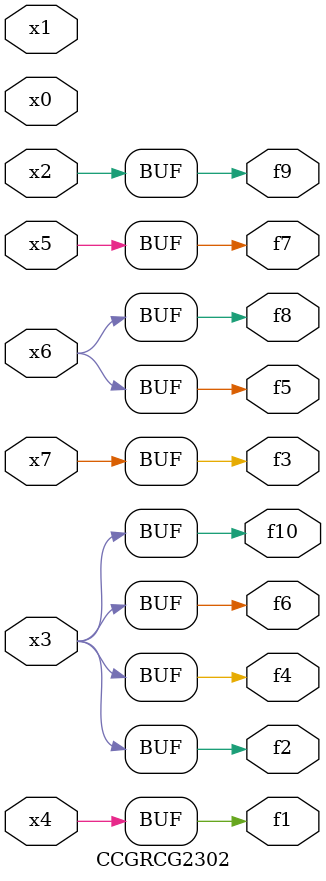
<source format=v>
module CCGRCG2302(
	input x0, x1, x2, x3, x4, x5, x6, x7,
	output f1, f2, f3, f4, f5, f6, f7, f8, f9, f10
);
	assign f1 = x4;
	assign f2 = x3;
	assign f3 = x7;
	assign f4 = x3;
	assign f5 = x6;
	assign f6 = x3;
	assign f7 = x5;
	assign f8 = x6;
	assign f9 = x2;
	assign f10 = x3;
endmodule

</source>
